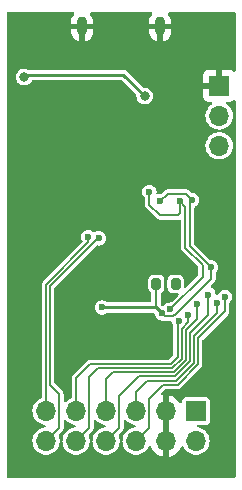
<source format=gbr>
%TF.GenerationSoftware,KiCad,Pcbnew,7.0.9-7.0.9~ubuntu22.04.1*%
%TF.CreationDate,2023-12-01T21:26:12+01:00*%
%TF.ProjectId,rp2040_pmod,72703230-3430-45f7-906d-6f642e6b6963,rev?*%
%TF.SameCoordinates,Original*%
%TF.FileFunction,Copper,L2,Bot*%
%TF.FilePolarity,Positive*%
%FSLAX46Y46*%
G04 Gerber Fmt 4.6, Leading zero omitted, Abs format (unit mm)*
G04 Created by KiCad (PCBNEW 7.0.9-7.0.9~ubuntu22.04.1) date 2023-12-01 21:26:12*
%MOMM*%
%LPD*%
G01*
G04 APERTURE LIST*
G04 Aperture macros list*
%AMRoundRect*
0 Rectangle with rounded corners*
0 $1 Rounding radius*
0 $2 $3 $4 $5 $6 $7 $8 $9 X,Y pos of 4 corners*
0 Add a 4 corners polygon primitive as box body*
4,1,4,$2,$3,$4,$5,$6,$7,$8,$9,$2,$3,0*
0 Add four circle primitives for the rounded corners*
1,1,$1+$1,$2,$3*
1,1,$1+$1,$4,$5*
1,1,$1+$1,$6,$7*
1,1,$1+$1,$8,$9*
0 Add four rect primitives between the rounded corners*
20,1,$1+$1,$2,$3,$4,$5,0*
20,1,$1+$1,$4,$5,$6,$7,0*
20,1,$1+$1,$6,$7,$8,$9,0*
20,1,$1+$1,$8,$9,$2,$3,0*%
G04 Aperture macros list end*
%TA.AperFunction,ComponentPad*%
%ADD10O,0.900000X1.600000*%
%TD*%
%TA.AperFunction,ComponentPad*%
%ADD11R,1.700000X1.700000*%
%TD*%
%TA.AperFunction,ComponentPad*%
%ADD12O,1.700000X1.700000*%
%TD*%
%TA.AperFunction,SMDPad,CuDef*%
%ADD13RoundRect,0.200000X0.200000X0.275000X-0.200000X0.275000X-0.200000X-0.275000X0.200000X-0.275000X0*%
%TD*%
%TA.AperFunction,ViaPad*%
%ADD14C,0.600000*%
%TD*%
%TA.AperFunction,ViaPad*%
%ADD15C,0.800000*%
%TD*%
%TA.AperFunction,Conductor*%
%ADD16C,0.200000*%
%TD*%
%TA.AperFunction,Conductor*%
%ADD17C,0.250000*%
%TD*%
%TA.AperFunction,Conductor*%
%ADD18C,0.127000*%
%TD*%
G04 APERTURE END LIST*
D10*
%TO.P,J2,6,Shield*%
%TO.N,GND*%
X143300000Y-71505000D03*
X136700000Y-71505000D03*
%TD*%
D11*
%TO.P,J3,1,Pin_1*%
%TO.N,GND*%
X148300000Y-76520000D03*
D12*
%TO.P,J3,2,Pin_2*%
%TO.N,ADC*%
X148300000Y-79060000D03*
%TO.P,J3,3,Pin_3*%
%TO.N,+3V3*%
X148300000Y-81600000D03*
%TD*%
D11*
%TO.P,J1,1,Pin_1*%
%TO.N,unconnected-(J1-Pin_1-Pad1)*%
X146350000Y-104060000D03*
D12*
%TO.P,J1,2,Pin_2*%
%TO.N,unconnected-(J1-Pin_2-Pad2)*%
X146350000Y-106600000D03*
%TO.P,J1,3,Pin_3*%
%TO.N,GND*%
X143810000Y-104060000D03*
%TO.P,J1,4,Pin_4*%
X143810000Y-106600000D03*
%TO.P,J1,5,Pin_5*%
%TO.N,PMOD5*%
X141270000Y-104060000D03*
%TO.P,J1,6,Pin_6*%
%TO.N,PMOD6*%
X141270000Y-106600000D03*
%TO.P,J1,7,Pin_7*%
%TO.N,PMOD3*%
X138730000Y-104060000D03*
%TO.P,J1,8,Pin_8*%
%TO.N,PMOD4*%
X138730000Y-106600000D03*
%TO.P,J1,9,Pin_9*%
%TO.N,PMOD1*%
X136190000Y-104060000D03*
%TO.P,J1,10,Pin_10*%
%TO.N,PMOD2*%
X136190000Y-106600000D03*
%TO.P,J1,11,Pin_11*%
%TO.N,UART_TX*%
X133650000Y-104060000D03*
%TO.P,J1,12,Pin_12*%
%TO.N,UART_RX*%
X133650000Y-106600000D03*
%TD*%
D13*
%TO.P,R7,1*%
%TO.N,Net-(U1-RUN)*%
X144625000Y-93300000D03*
%TO.P,R7,2*%
%TO.N,+3V3*%
X142975000Y-93300000D03*
%TD*%
D14*
%TO.N,+3V3*%
X143456655Y-95800000D03*
X143337000Y-86300000D03*
X146000000Y-86200000D03*
X138400000Y-95300000D03*
X147600000Y-91900000D03*
D15*
%TO.N,GND*%
X141800000Y-92000000D03*
D14*
X147100000Y-84500000D03*
X147300000Y-86100000D03*
D15*
X144000000Y-92000000D03*
D14*
X136100000Y-82900000D03*
X133700000Y-82900000D03*
D15*
X144000000Y-89800000D03*
D14*
X148500000Y-84500000D03*
X131900000Y-86600000D03*
X136100000Y-86000000D03*
D15*
X136400000Y-79500000D03*
D14*
X133700000Y-86000000D03*
X148500000Y-86100000D03*
D15*
X141800000Y-89800000D03*
D14*
X149000000Y-89500000D03*
%TO.N,Net-(U1-RUN)*%
X144625000Y-93300000D03*
D15*
%TO.N,+5V*%
X142000000Y-77400000D03*
X131800000Y-75800000D03*
D14*
%TO.N,+1V1*%
X144181249Y-95462112D03*
X144981565Y-86299500D03*
X142398102Y-85501898D03*
%TO.N,UART_TX*%
X137223911Y-89323911D03*
%TO.N,UART_RX*%
X138111650Y-89445127D03*
%TO.N,PMOD1*%
X144880611Y-96459102D03*
%TO.N,PMOD2*%
X145663000Y-95900000D03*
%TO.N,PMOD3*%
X146400000Y-95000000D03*
%TO.N,PMOD4*%
X147400000Y-94200000D03*
%TO.N,PMOD5*%
X148100000Y-94900000D03*
%TO.N,PMOD6*%
X148800000Y-94400000D03*
%TD*%
D16*
%TO.N,+3V3*%
X144632082Y-95859102D02*
X144640898Y-95859102D01*
X143456655Y-95800000D02*
X143718767Y-96062112D01*
D17*
X142956655Y-95300000D02*
X138400000Y-95300000D01*
D16*
X146000000Y-86200000D02*
X145800000Y-86400000D01*
X145800000Y-90100000D02*
X147600000Y-91900000D01*
X142975000Y-95318345D02*
X143456655Y-95800000D01*
X147600000Y-92900000D02*
X147600000Y-91900000D01*
X145500000Y-85700000D02*
X143937000Y-85700000D01*
X146000000Y-86200000D02*
X145500000Y-85700000D01*
X144429072Y-96062112D02*
X144632082Y-95859102D01*
X143937000Y-85700000D02*
X143337000Y-86300000D01*
X143718767Y-96062112D02*
X144429072Y-96062112D01*
X142975000Y-93300000D02*
X142975000Y-95318345D01*
X145800000Y-86400000D02*
X145800000Y-90100000D01*
X144640898Y-95859102D02*
X147600000Y-92900000D01*
D17*
X143456655Y-95800000D02*
X142956655Y-95300000D01*
%TO.N,+5V*%
X142000000Y-77400000D02*
X140200000Y-75600000D01*
X132000000Y-75600000D02*
X131800000Y-75800000D01*
X140200000Y-75600000D02*
X132000000Y-75600000D01*
D18*
%TO.N,+1V1*%
X144981565Y-86299500D02*
X145436500Y-86754435D01*
X144981565Y-86299500D02*
X144981565Y-87318435D01*
X142398102Y-86598102D02*
X142398102Y-85501898D01*
X146900000Y-91714066D02*
X146900000Y-92743361D01*
X144981565Y-87318435D02*
X144800000Y-87500000D01*
X145436500Y-90250567D02*
X146900000Y-91714066D01*
X143300000Y-87500000D02*
X142398102Y-86598102D01*
X146900000Y-92743361D02*
X144181249Y-95462112D01*
X144800000Y-87500000D02*
X143300000Y-87500000D01*
X145436500Y-86754435D02*
X145436500Y-90250567D01*
%TO.N,UART_TX*%
X137223911Y-89323911D02*
X137223911Y-89793281D01*
X133650000Y-93367192D02*
X133650000Y-104060000D01*
X137223911Y-89793281D02*
X133650000Y-93367192D01*
%TO.N,UART_RX*%
X133977000Y-93502640D02*
X133977000Y-101847000D01*
X133977000Y-101847000D02*
X134763500Y-102633500D01*
X138034513Y-89445127D02*
X133977000Y-93502640D01*
X138111650Y-89445127D02*
X138034513Y-89445127D01*
X134763500Y-102633500D02*
X134763500Y-105486500D01*
X134763500Y-105486500D02*
X133650000Y-106600000D01*
%TO.N,PMOD1*%
X144800000Y-99500000D02*
X144200000Y-100100000D01*
X136190000Y-101310000D02*
X136190000Y-104060000D01*
X144200000Y-100100000D02*
X137400000Y-100100000D01*
X144880611Y-96459102D02*
X144800000Y-96539713D01*
X144800000Y-96539713D02*
X144800000Y-99500000D01*
X137400000Y-100100000D02*
X136190000Y-101310000D01*
%TO.N,PMOD2*%
X144335448Y-100427000D02*
X138073000Y-100427000D01*
X145127000Y-99635448D02*
X144335448Y-100427000D01*
X145663000Y-96564000D02*
X145127000Y-97100000D01*
X137303500Y-101196500D02*
X137303500Y-105486500D01*
X145127000Y-97100000D02*
X145127000Y-99635448D01*
X145663000Y-95900000D02*
X145663000Y-96564000D01*
X137303500Y-105486500D02*
X136190000Y-106600000D01*
X138073000Y-100427000D02*
X137303500Y-101196500D01*
%TO.N,PMOD3*%
X144470896Y-100754000D02*
X139346000Y-100754000D01*
X138730000Y-101370000D02*
X138730000Y-104060000D01*
X146400000Y-95000000D02*
X146400000Y-96300000D01*
X139346000Y-100754000D02*
X138730000Y-101370000D01*
X146400000Y-96300000D02*
X145500000Y-97200000D01*
X145500000Y-99724896D02*
X144470896Y-100754000D01*
X145500000Y-97200000D02*
X145500000Y-99724896D01*
%TO.N,PMOD4*%
X144587344Y-101100000D02*
X141500000Y-101100000D01*
X139843500Y-102756500D02*
X139843500Y-105486500D01*
X139843500Y-105486500D02*
X138730000Y-106600000D01*
X141500000Y-101100000D02*
X139843500Y-102756500D01*
X147400000Y-95927000D02*
X145827000Y-97500000D01*
X145827000Y-97500000D02*
X145827000Y-99860344D01*
X147400000Y-94200000D02*
X147400000Y-95927000D01*
X145827000Y-99860344D02*
X144587344Y-101100000D01*
%TO.N,PMOD5*%
X146154000Y-97700000D02*
X146154000Y-99995792D01*
X148100000Y-94900000D02*
X148100000Y-95754000D01*
X144649792Y-101500000D02*
X142200000Y-101500000D01*
X146154000Y-99995792D02*
X144649792Y-101500000D01*
X148100000Y-95754000D02*
X146154000Y-97700000D01*
X141270000Y-102430000D02*
X141270000Y-104060000D01*
X142200000Y-101500000D02*
X141270000Y-102430000D01*
%TO.N,PMOD6*%
X142383500Y-103016500D02*
X142383500Y-105486500D01*
X144785240Y-101827000D02*
X143573000Y-101827000D01*
X148800000Y-94400000D02*
X148800000Y-95600000D01*
X146500000Y-100112240D02*
X144785240Y-101827000D01*
X146500000Y-97900000D02*
X146500000Y-100112240D01*
X143573000Y-101827000D02*
X142383500Y-103016500D01*
X148800000Y-95600000D02*
X146500000Y-97900000D01*
X142383500Y-105486500D02*
X141270000Y-106600000D01*
%TD*%
%TA.AperFunction,Conductor*%
%TO.N,GND*%
G36*
X144060000Y-106164498D02*
G01*
X143952315Y-106115320D01*
X143845763Y-106100000D01*
X143774237Y-106100000D01*
X143667685Y-106115320D01*
X143560000Y-106164498D01*
X143560000Y-104495501D01*
X143667685Y-104544680D01*
X143774237Y-104560000D01*
X143845763Y-104560000D01*
X143952315Y-104544680D01*
X144060000Y-104495501D01*
X144060000Y-106164498D01*
G37*
%TD.AperFunction*%
%TA.AperFunction,Conductor*%
G36*
X135976669Y-70320185D02*
G01*
X136022424Y-70372989D01*
X136032368Y-70442147D01*
X136003343Y-70505703D01*
X135995062Y-70514374D01*
X135975465Y-70533001D01*
X135975464Y-70533003D01*
X135865086Y-70691586D01*
X135788893Y-70869137D01*
X135750000Y-71058393D01*
X135750000Y-71255000D01*
X136450000Y-71255000D01*
X136450000Y-71755000D01*
X135750000Y-71755000D01*
X135750000Y-71903176D01*
X135764647Y-72047221D01*
X135822484Y-72231561D01*
X135822489Y-72231571D01*
X135916251Y-72400498D01*
X135916256Y-72400505D01*
X136042107Y-72547105D01*
X136194890Y-72665368D01*
X136194894Y-72665370D01*
X136368363Y-72750460D01*
X136450000Y-72771596D01*
X136450000Y-71879624D01*
X136464505Y-71952545D01*
X136519760Y-72035240D01*
X136602455Y-72090495D01*
X136700000Y-72109898D01*
X136797545Y-72090495D01*
X136880240Y-72035240D01*
X136935495Y-71952545D01*
X136950000Y-71879624D01*
X136950000Y-72775470D01*
X137120524Y-72712315D01*
X137120531Y-72712312D01*
X137284503Y-72610107D01*
X137424534Y-72476997D01*
X137424535Y-72476996D01*
X137534913Y-72318413D01*
X137611106Y-72140862D01*
X137650000Y-71951606D01*
X137650000Y-71755000D01*
X136950000Y-71755000D01*
X136950000Y-71255000D01*
X137650000Y-71255000D01*
X137650000Y-71106823D01*
X137635352Y-70962778D01*
X137577515Y-70778438D01*
X137577510Y-70778428D01*
X137483748Y-70609501D01*
X137483743Y-70609494D01*
X137394270Y-70505270D01*
X137365538Y-70441581D01*
X137375800Y-70372469D01*
X137421798Y-70319877D01*
X137488356Y-70300500D01*
X142509630Y-70300500D01*
X142576669Y-70320185D01*
X142622424Y-70372989D01*
X142632368Y-70442147D01*
X142603343Y-70505703D01*
X142595062Y-70514374D01*
X142575465Y-70533001D01*
X142575464Y-70533003D01*
X142465086Y-70691586D01*
X142388893Y-70869137D01*
X142350000Y-71058393D01*
X142350000Y-71255000D01*
X143050000Y-71255000D01*
X143050000Y-71755000D01*
X142350000Y-71755000D01*
X142350000Y-71903176D01*
X142364647Y-72047221D01*
X142422484Y-72231561D01*
X142422489Y-72231571D01*
X142516251Y-72400498D01*
X142516256Y-72400505D01*
X142642107Y-72547105D01*
X142794890Y-72665368D01*
X142794894Y-72665370D01*
X142968363Y-72750460D01*
X143050000Y-72771596D01*
X143050000Y-71879624D01*
X143064505Y-71952545D01*
X143119760Y-72035240D01*
X143202455Y-72090495D01*
X143300000Y-72109898D01*
X143397545Y-72090495D01*
X143480240Y-72035240D01*
X143535495Y-71952545D01*
X143550000Y-71879624D01*
X143550000Y-72775470D01*
X143720524Y-72712315D01*
X143720531Y-72712312D01*
X143884503Y-72610107D01*
X144024534Y-72476997D01*
X144024535Y-72476996D01*
X144134913Y-72318413D01*
X144211106Y-72140862D01*
X144250000Y-71951606D01*
X144250000Y-71755000D01*
X143550000Y-71755000D01*
X143550000Y-71255000D01*
X144250000Y-71255000D01*
X144250000Y-71106823D01*
X144235352Y-70962778D01*
X144177515Y-70778438D01*
X144177510Y-70778428D01*
X144083748Y-70609501D01*
X144083743Y-70609494D01*
X143994270Y-70505270D01*
X143965538Y-70441581D01*
X143975800Y-70372469D01*
X144021798Y-70319877D01*
X144088356Y-70300500D01*
X149575500Y-70300500D01*
X149642539Y-70320185D01*
X149688294Y-70372989D01*
X149699500Y-70424500D01*
X149699500Y-75209053D01*
X149679815Y-75276092D01*
X149627011Y-75321847D01*
X149557853Y-75331791D01*
X149501189Y-75308319D01*
X149392093Y-75226649D01*
X149392086Y-75226645D01*
X149257379Y-75176403D01*
X149257372Y-75176401D01*
X149197844Y-75170000D01*
X148550000Y-75170000D01*
X148550000Y-76084498D01*
X148442315Y-76035320D01*
X148335763Y-76020000D01*
X148264237Y-76020000D01*
X148157685Y-76035320D01*
X148050000Y-76084498D01*
X148050000Y-75170000D01*
X147402155Y-75170000D01*
X147342627Y-75176401D01*
X147342620Y-75176403D01*
X147207913Y-75226645D01*
X147207906Y-75226649D01*
X147092812Y-75312809D01*
X147092809Y-75312812D01*
X147006649Y-75427906D01*
X147006645Y-75427913D01*
X146956403Y-75562620D01*
X146956401Y-75562627D01*
X146950000Y-75622155D01*
X146950000Y-76270000D01*
X147866314Y-76270000D01*
X147840507Y-76310156D01*
X147800000Y-76448111D01*
X147800000Y-76591889D01*
X147840507Y-76729844D01*
X147866314Y-76770000D01*
X146950000Y-76770000D01*
X146950000Y-77417844D01*
X146956401Y-77477372D01*
X146956403Y-77477379D01*
X147006645Y-77612086D01*
X147006649Y-77612093D01*
X147092809Y-77727187D01*
X147092812Y-77727190D01*
X147207906Y-77813350D01*
X147207913Y-77813354D01*
X147342620Y-77863596D01*
X147342627Y-77863598D01*
X147402155Y-77869999D01*
X147402172Y-77870000D01*
X147600634Y-77870000D01*
X147667673Y-77889685D01*
X147713428Y-77942489D01*
X147723372Y-78011647D01*
X147694347Y-78075203D01*
X147665911Y-78099427D01*
X147603701Y-78137945D01*
X147446127Y-78281593D01*
X147317632Y-78451746D01*
X147222596Y-78642605D01*
X147222596Y-78642607D01*
X147164244Y-78847689D01*
X147144571Y-79059999D01*
X147144571Y-79060000D01*
X147164244Y-79272310D01*
X147222596Y-79477392D01*
X147222596Y-79477394D01*
X147317632Y-79668253D01*
X147317634Y-79668255D01*
X147446128Y-79838407D01*
X147603698Y-79982052D01*
X147784981Y-80094298D01*
X147983802Y-80171321D01*
X148180613Y-80208111D01*
X148242893Y-80239779D01*
X148278166Y-80300092D01*
X148275232Y-80369900D01*
X148235023Y-80427040D01*
X148180613Y-80451888D01*
X147983802Y-80488679D01*
X147983799Y-80488679D01*
X147983799Y-80488680D01*
X147784982Y-80565701D01*
X147784980Y-80565702D01*
X147603699Y-80677947D01*
X147446127Y-80821593D01*
X147317632Y-80991746D01*
X147222596Y-81182605D01*
X147222596Y-81182607D01*
X147164244Y-81387689D01*
X147144571Y-81599999D01*
X147144571Y-81600000D01*
X147164244Y-81812310D01*
X147222596Y-82017392D01*
X147222596Y-82017394D01*
X147317632Y-82208253D01*
X147317634Y-82208255D01*
X147446128Y-82378407D01*
X147603698Y-82522052D01*
X147784981Y-82634298D01*
X147983802Y-82711321D01*
X148193390Y-82750500D01*
X148193392Y-82750500D01*
X148406608Y-82750500D01*
X148406610Y-82750500D01*
X148616198Y-82711321D01*
X148815019Y-82634298D01*
X148996302Y-82522052D01*
X149153872Y-82378407D01*
X149282366Y-82208255D01*
X149377405Y-82017389D01*
X149435756Y-81812310D01*
X149452029Y-81636693D01*
X149465990Y-81601532D01*
X149456523Y-81586800D01*
X149452029Y-81563306D01*
X149450024Y-81541673D01*
X149435756Y-81387690D01*
X149377405Y-81182611D01*
X149377403Y-81182606D01*
X149377403Y-81182605D01*
X149282367Y-80991746D01*
X149153872Y-80821593D01*
X148996302Y-80677948D01*
X148815019Y-80565702D01*
X148815017Y-80565701D01*
X148715608Y-80527190D01*
X148616198Y-80488679D01*
X148419385Y-80451888D01*
X148357106Y-80420221D01*
X148321833Y-80359908D01*
X148324767Y-80290100D01*
X148364976Y-80232960D01*
X148419384Y-80208111D01*
X148616198Y-80171321D01*
X148815019Y-80094298D01*
X148996302Y-79982052D01*
X149153872Y-79838407D01*
X149282366Y-79668255D01*
X149377405Y-79477389D01*
X149435756Y-79272310D01*
X149452029Y-79096693D01*
X149465990Y-79061532D01*
X149456523Y-79046800D01*
X149452029Y-79023306D01*
X149450024Y-79001673D01*
X149435756Y-78847690D01*
X149377405Y-78642611D01*
X149377403Y-78642606D01*
X149377403Y-78642605D01*
X149282367Y-78451746D01*
X149153872Y-78281593D01*
X148996302Y-78137948D01*
X148996299Y-78137946D01*
X148996298Y-78137945D01*
X148934089Y-78099427D01*
X148887453Y-78047399D01*
X148876349Y-77978418D01*
X148904302Y-77914383D01*
X148962437Y-77875627D01*
X148999366Y-77870000D01*
X149197828Y-77870000D01*
X149197844Y-77869999D01*
X149257372Y-77863598D01*
X149257379Y-77863596D01*
X149392086Y-77813354D01*
X149392089Y-77813352D01*
X149501188Y-77731680D01*
X149566652Y-77707262D01*
X149634925Y-77722113D01*
X149684331Y-77771517D01*
X149699500Y-77830946D01*
X149699500Y-79011865D01*
X149685076Y-79060984D01*
X149697193Y-79084326D01*
X149699500Y-79108134D01*
X149699500Y-81551865D01*
X149685076Y-81600984D01*
X149697193Y-81624326D01*
X149699500Y-81648134D01*
X149699500Y-109575500D01*
X149679815Y-109642539D01*
X149627011Y-109688294D01*
X149575500Y-109699500D01*
X130424500Y-109699500D01*
X130357461Y-109679815D01*
X130311706Y-109627011D01*
X130300500Y-109575500D01*
X130300500Y-106600000D01*
X132494571Y-106600000D01*
X132514244Y-106812310D01*
X132572596Y-107017392D01*
X132572596Y-107017394D01*
X132667632Y-107208253D01*
X132796127Y-107378406D01*
X132796128Y-107378407D01*
X132953698Y-107522052D01*
X133134981Y-107634298D01*
X133333802Y-107711321D01*
X133543390Y-107750500D01*
X133543392Y-107750500D01*
X133756608Y-107750500D01*
X133756610Y-107750500D01*
X133966198Y-107711321D01*
X134165019Y-107634298D01*
X134346302Y-107522052D01*
X134503872Y-107378407D01*
X134632366Y-107208255D01*
X134686270Y-107100000D01*
X134727403Y-107017394D01*
X134727403Y-107017393D01*
X134727405Y-107017389D01*
X134785756Y-106812310D01*
X134796529Y-106696047D01*
X134822315Y-106631111D01*
X134866869Y-106599194D01*
X134830497Y-106578331D01*
X134798307Y-106516318D01*
X134796529Y-106503951D01*
X134795849Y-106496613D01*
X134785756Y-106387690D01*
X134727405Y-106182611D01*
X134718891Y-106165514D01*
X134706630Y-106096729D01*
X134733503Y-106032234D01*
X134742201Y-106022571D01*
X134985104Y-105779668D01*
X135004958Y-105763546D01*
X135013439Y-105758006D01*
X135034512Y-105730930D01*
X135039572Y-105725201D01*
X135042215Y-105722559D01*
X135055376Y-105704125D01*
X135088055Y-105662140D01*
X135088056Y-105662134D01*
X135091687Y-105655425D01*
X135095033Y-105648582D01*
X135095036Y-105648578D01*
X135110219Y-105597578D01*
X135127500Y-105547241D01*
X135127500Y-105547233D01*
X135128758Y-105539695D01*
X135129699Y-105532146D01*
X135127500Y-105478977D01*
X135127500Y-104929050D01*
X135147185Y-104862011D01*
X135199989Y-104816256D01*
X135269147Y-104806312D01*
X135332703Y-104835337D01*
X135335039Y-104837413D01*
X135336125Y-104838403D01*
X135336128Y-104838407D01*
X135493698Y-104982052D01*
X135674981Y-105094298D01*
X135873802Y-105171321D01*
X136070613Y-105208111D01*
X136132893Y-105239779D01*
X136168166Y-105300092D01*
X136165232Y-105369900D01*
X136125023Y-105427040D01*
X136070613Y-105451888D01*
X135873802Y-105488679D01*
X135873799Y-105488679D01*
X135873799Y-105488680D01*
X135674982Y-105565701D01*
X135674980Y-105565702D01*
X135493699Y-105677947D01*
X135336127Y-105821593D01*
X135207632Y-105991746D01*
X135112596Y-106182605D01*
X135112596Y-106182607D01*
X135054244Y-106387689D01*
X135043471Y-106503951D01*
X135017685Y-106568888D01*
X134973130Y-106600804D01*
X135009503Y-106621668D01*
X135041693Y-106683681D01*
X135043471Y-106696048D01*
X135054244Y-106812310D01*
X135112596Y-107017392D01*
X135112596Y-107017394D01*
X135207632Y-107208253D01*
X135336127Y-107378406D01*
X135336128Y-107378407D01*
X135493698Y-107522052D01*
X135674981Y-107634298D01*
X135873802Y-107711321D01*
X136083390Y-107750500D01*
X136083392Y-107750500D01*
X136296608Y-107750500D01*
X136296610Y-107750500D01*
X136506198Y-107711321D01*
X136705019Y-107634298D01*
X136886302Y-107522052D01*
X137043872Y-107378407D01*
X137172366Y-107208255D01*
X137226270Y-107100000D01*
X137267403Y-107017394D01*
X137267403Y-107017393D01*
X137267405Y-107017389D01*
X137325756Y-106812310D01*
X137336529Y-106696047D01*
X137362315Y-106631111D01*
X137406869Y-106599194D01*
X137370497Y-106578331D01*
X137338307Y-106516318D01*
X137336529Y-106503951D01*
X137335849Y-106496613D01*
X137325756Y-106387690D01*
X137267405Y-106182611D01*
X137258891Y-106165514D01*
X137246630Y-106096729D01*
X137273503Y-106032234D01*
X137282201Y-106022571D01*
X137525104Y-105779668D01*
X137544958Y-105763546D01*
X137553439Y-105758006D01*
X137574512Y-105730930D01*
X137579572Y-105725201D01*
X137582215Y-105722559D01*
X137595376Y-105704125D01*
X137628055Y-105662140D01*
X137628056Y-105662134D01*
X137631687Y-105655425D01*
X137635033Y-105648582D01*
X137635036Y-105648578D01*
X137650219Y-105597578D01*
X137667500Y-105547241D01*
X137667500Y-105547233D01*
X137668758Y-105539695D01*
X137669699Y-105532146D01*
X137667500Y-105478977D01*
X137667500Y-104929050D01*
X137687185Y-104862011D01*
X137739989Y-104816256D01*
X137809147Y-104806312D01*
X137872703Y-104835337D01*
X137875039Y-104837413D01*
X137876125Y-104838403D01*
X137876128Y-104838407D01*
X138033698Y-104982052D01*
X138214981Y-105094298D01*
X138413802Y-105171321D01*
X138610613Y-105208111D01*
X138672893Y-105239779D01*
X138708166Y-105300092D01*
X138705232Y-105369900D01*
X138665023Y-105427040D01*
X138610613Y-105451888D01*
X138413802Y-105488679D01*
X138413799Y-105488679D01*
X138413799Y-105488680D01*
X138214982Y-105565701D01*
X138214980Y-105565702D01*
X138033699Y-105677947D01*
X137876127Y-105821593D01*
X137747632Y-105991746D01*
X137652596Y-106182605D01*
X137652596Y-106182607D01*
X137594244Y-106387689D01*
X137583471Y-106503951D01*
X137557685Y-106568888D01*
X137513130Y-106600804D01*
X137549503Y-106621668D01*
X137581693Y-106683681D01*
X137583471Y-106696048D01*
X137594244Y-106812310D01*
X137652596Y-107017392D01*
X137652596Y-107017394D01*
X137747632Y-107208253D01*
X137876127Y-107378406D01*
X137876128Y-107378407D01*
X138033698Y-107522052D01*
X138214981Y-107634298D01*
X138413802Y-107711321D01*
X138623390Y-107750500D01*
X138623392Y-107750500D01*
X138836608Y-107750500D01*
X138836610Y-107750500D01*
X139046198Y-107711321D01*
X139245019Y-107634298D01*
X139426302Y-107522052D01*
X139583872Y-107378407D01*
X139712366Y-107208255D01*
X139766270Y-107100000D01*
X139807403Y-107017394D01*
X139807403Y-107017393D01*
X139807405Y-107017389D01*
X139865756Y-106812310D01*
X139876529Y-106696047D01*
X139902315Y-106631111D01*
X139946869Y-106599194D01*
X139910497Y-106578331D01*
X139878307Y-106516318D01*
X139876529Y-106503951D01*
X139875849Y-106496613D01*
X139865756Y-106387690D01*
X139807405Y-106182611D01*
X139798891Y-106165514D01*
X139786630Y-106096729D01*
X139813503Y-106032234D01*
X139822201Y-106022571D01*
X140065104Y-105779668D01*
X140084958Y-105763546D01*
X140093439Y-105758006D01*
X140114512Y-105730930D01*
X140119572Y-105725201D01*
X140122215Y-105722559D01*
X140135376Y-105704125D01*
X140168055Y-105662140D01*
X140168056Y-105662134D01*
X140171687Y-105655425D01*
X140175033Y-105648582D01*
X140175036Y-105648578D01*
X140190219Y-105597578D01*
X140207500Y-105547241D01*
X140207500Y-105547233D01*
X140208758Y-105539695D01*
X140209699Y-105532146D01*
X140207500Y-105478977D01*
X140207500Y-104929050D01*
X140227185Y-104862011D01*
X140279989Y-104816256D01*
X140349147Y-104806312D01*
X140412703Y-104835337D01*
X140415039Y-104837413D01*
X140416125Y-104838403D01*
X140416128Y-104838407D01*
X140573698Y-104982052D01*
X140754981Y-105094298D01*
X140953802Y-105171321D01*
X141150613Y-105208111D01*
X141212893Y-105239779D01*
X141248166Y-105300092D01*
X141245232Y-105369900D01*
X141205023Y-105427040D01*
X141150613Y-105451888D01*
X140953802Y-105488679D01*
X140953799Y-105488679D01*
X140953799Y-105488680D01*
X140754982Y-105565701D01*
X140754980Y-105565702D01*
X140573699Y-105677947D01*
X140416127Y-105821593D01*
X140287632Y-105991746D01*
X140192596Y-106182605D01*
X140192596Y-106182607D01*
X140134244Y-106387689D01*
X140123471Y-106503951D01*
X140097685Y-106568888D01*
X140053130Y-106600804D01*
X140089503Y-106621668D01*
X140121693Y-106683681D01*
X140123471Y-106696048D01*
X140134244Y-106812310D01*
X140192596Y-107017392D01*
X140192596Y-107017394D01*
X140287632Y-107208253D01*
X140416127Y-107378406D01*
X140416128Y-107378407D01*
X140573698Y-107522052D01*
X140754981Y-107634298D01*
X140953802Y-107711321D01*
X141163390Y-107750500D01*
X141163392Y-107750500D01*
X141376608Y-107750500D01*
X141376610Y-107750500D01*
X141586198Y-107711321D01*
X141785019Y-107634298D01*
X141966302Y-107522052D01*
X142123872Y-107378407D01*
X142252366Y-107208255D01*
X142319325Y-107073781D01*
X142366825Y-107022548D01*
X142434488Y-107005126D01*
X142500828Y-107027051D01*
X142542705Y-107076651D01*
X142636399Y-107277578D01*
X142771894Y-107471082D01*
X142938917Y-107638105D01*
X143132421Y-107773600D01*
X143346507Y-107873429D01*
X143346516Y-107873433D01*
X143560000Y-107930634D01*
X143560000Y-107035501D01*
X143667685Y-107084680D01*
X143774237Y-107100000D01*
X143845763Y-107100000D01*
X143952315Y-107084680D01*
X144060000Y-107035501D01*
X144060000Y-107930633D01*
X144273483Y-107873433D01*
X144273492Y-107873429D01*
X144487578Y-107773600D01*
X144681082Y-107638105D01*
X144848105Y-107471082D01*
X144983600Y-107277578D01*
X145077294Y-107076651D01*
X145123466Y-107024212D01*
X145190660Y-107005060D01*
X145257541Y-107025276D01*
X145300676Y-107073785D01*
X145367632Y-107208253D01*
X145496127Y-107378406D01*
X145496128Y-107378407D01*
X145653698Y-107522052D01*
X145834981Y-107634298D01*
X146033802Y-107711321D01*
X146243390Y-107750500D01*
X146243392Y-107750500D01*
X146456608Y-107750500D01*
X146456610Y-107750500D01*
X146666198Y-107711321D01*
X146865019Y-107634298D01*
X147046302Y-107522052D01*
X147203872Y-107378407D01*
X147332366Y-107208255D01*
X147386270Y-107100000D01*
X147427403Y-107017394D01*
X147427403Y-107017393D01*
X147427405Y-107017389D01*
X147485756Y-106812310D01*
X147505429Y-106600000D01*
X147485756Y-106387690D01*
X147427405Y-106182611D01*
X147427403Y-106182606D01*
X147427403Y-106182605D01*
X147332367Y-105991746D01*
X147203872Y-105821593D01*
X147157888Y-105779673D01*
X147046302Y-105677948D01*
X146865019Y-105565702D01*
X146865017Y-105565701D01*
X146730700Y-105513667D01*
X146666198Y-105488679D01*
X146493456Y-105456387D01*
X146431176Y-105424719D01*
X146395903Y-105364407D01*
X146398837Y-105294599D01*
X146439046Y-105237459D01*
X146503764Y-105211128D01*
X146516233Y-105210499D01*
X147244864Y-105210499D01*
X147244879Y-105210497D01*
X147244882Y-105210497D01*
X147269987Y-105207586D01*
X147269988Y-105207585D01*
X147269991Y-105207585D01*
X147372765Y-105162206D01*
X147452206Y-105082765D01*
X147497585Y-104979991D01*
X147500500Y-104954865D01*
X147500499Y-103165136D01*
X147500497Y-103165117D01*
X147497586Y-103140012D01*
X147497585Y-103140010D01*
X147497585Y-103140009D01*
X147452206Y-103037235D01*
X147372765Y-102957794D01*
X147368156Y-102955759D01*
X147269992Y-102912415D01*
X147244865Y-102909500D01*
X145455143Y-102909500D01*
X145455117Y-102909502D01*
X145430012Y-102912413D01*
X145430008Y-102912415D01*
X145327235Y-102957793D01*
X145247794Y-103037234D01*
X145202415Y-103140006D01*
X145202415Y-103140008D01*
X145199500Y-103165131D01*
X145199500Y-103297481D01*
X145179815Y-103364520D01*
X145127011Y-103410275D01*
X145057853Y-103420219D01*
X144994297Y-103391194D01*
X144973925Y-103368604D01*
X144848113Y-103188926D01*
X144848108Y-103188920D01*
X144681082Y-103021894D01*
X144487578Y-102886399D01*
X144273492Y-102786570D01*
X144273486Y-102786567D01*
X144060000Y-102729364D01*
X144060000Y-103624498D01*
X143952315Y-103575320D01*
X143845763Y-103560000D01*
X143774237Y-103560000D01*
X143667685Y-103575320D01*
X143560000Y-103624498D01*
X143560000Y-102729364D01*
X143559998Y-102729363D01*
X143495304Y-102746698D01*
X143425454Y-102745035D01*
X143367592Y-102705872D01*
X143340088Y-102641643D01*
X143351675Y-102572741D01*
X143375523Y-102539250D01*
X143687457Y-102227316D01*
X143748778Y-102193834D01*
X143775136Y-102191000D01*
X144734634Y-102191000D01*
X144760078Y-102193639D01*
X144763245Y-102194302D01*
X144769990Y-102195717D01*
X144788887Y-102193361D01*
X144804011Y-102191477D01*
X144811687Y-102191000D01*
X144815399Y-102191000D01*
X144815402Y-102191000D01*
X144837746Y-102187271D01*
X144890539Y-102180691D01*
X144890545Y-102180687D01*
X144897859Y-102178510D01*
X144905061Y-102176038D01*
X144905065Y-102176038D01*
X144951876Y-102150704D01*
X144999676Y-102127337D01*
X144999679Y-102127333D01*
X145005891Y-102122897D01*
X145011894Y-102118224D01*
X145011905Y-102118219D01*
X145047955Y-102079057D01*
X146721604Y-100405408D01*
X146741458Y-100389286D01*
X146749939Y-100383746D01*
X146771012Y-100356670D01*
X146776072Y-100350941D01*
X146778715Y-100348299D01*
X146791876Y-100329865D01*
X146824555Y-100287880D01*
X146824556Y-100287874D01*
X146828187Y-100281165D01*
X146831533Y-100274322D01*
X146831536Y-100274318D01*
X146846719Y-100223318D01*
X146864000Y-100172981D01*
X146864000Y-100172973D01*
X146865258Y-100165435D01*
X146866199Y-100157886D01*
X146864000Y-100104717D01*
X146864000Y-98102134D01*
X146883685Y-98035095D01*
X146900314Y-98014458D01*
X149021601Y-95893170D01*
X149041455Y-95877048D01*
X149049939Y-95871506D01*
X149071010Y-95844431D01*
X149076087Y-95838684D01*
X149078714Y-95836059D01*
X149091867Y-95817637D01*
X149124555Y-95775640D01*
X149124557Y-95775633D01*
X149128188Y-95768923D01*
X149131531Y-95762084D01*
X149131536Y-95762078D01*
X149146720Y-95711075D01*
X149164000Y-95660741D01*
X149164000Y-95660734D01*
X149165259Y-95653192D01*
X149166199Y-95645647D01*
X149164000Y-95592477D01*
X149164000Y-94938756D01*
X149183685Y-94871717D01*
X149212510Y-94840383D01*
X149228282Y-94828282D01*
X149324536Y-94702841D01*
X149385044Y-94556762D01*
X149405682Y-94400000D01*
X149385044Y-94243238D01*
X149324536Y-94097159D01*
X149228282Y-93971718D01*
X149102841Y-93875464D01*
X148956762Y-93814956D01*
X148956760Y-93814955D01*
X148800001Y-93794318D01*
X148799999Y-93794318D01*
X148643239Y-93814955D01*
X148643237Y-93814956D01*
X148497160Y-93875463D01*
X148371718Y-93971718D01*
X148275463Y-94097160D01*
X148237570Y-94188642D01*
X148193728Y-94243046D01*
X148127434Y-94265110D01*
X148059735Y-94247830D01*
X148012125Y-94196693D01*
X148000070Y-94157374D01*
X147991882Y-94095183D01*
X147985044Y-94043238D01*
X147924536Y-93897159D01*
X147828282Y-93771718D01*
X147702841Y-93675464D01*
X147653736Y-93655124D01*
X147599333Y-93611283D01*
X147577268Y-93544989D01*
X147594547Y-93477289D01*
X147613499Y-93452891D01*
X147905483Y-93160909D01*
X147928050Y-93138342D01*
X147938109Y-93118597D01*
X147948271Y-93102014D01*
X147961296Y-93084090D01*
X147968141Y-93063022D01*
X147975586Y-93045045D01*
X147985646Y-93025304D01*
X147989112Y-93003415D01*
X147993652Y-92984501D01*
X148000499Y-92963433D01*
X148000499Y-92934076D01*
X148000500Y-92934051D01*
X148000500Y-92406580D01*
X148020185Y-92339541D01*
X148026124Y-92331093D01*
X148028279Y-92328283D01*
X148028282Y-92328282D01*
X148124536Y-92202841D01*
X148185044Y-92056762D01*
X148205682Y-91900000D01*
X148185044Y-91743238D01*
X148124536Y-91597159D01*
X148028282Y-91471718D01*
X147902841Y-91375464D01*
X147756762Y-91314956D01*
X147700577Y-91307559D01*
X147596485Y-91293855D01*
X147532589Y-91265588D01*
X147524990Y-91258597D01*
X146236819Y-89970426D01*
X146203334Y-89909103D01*
X146200500Y-89882745D01*
X146200500Y-86849781D01*
X146220185Y-86782742D01*
X146272989Y-86736987D01*
X146277048Y-86735220D01*
X146295007Y-86727781D01*
X146302841Y-86724536D01*
X146428282Y-86628282D01*
X146524536Y-86502841D01*
X146585044Y-86356762D01*
X146605682Y-86200000D01*
X146585044Y-86043238D01*
X146524536Y-85897159D01*
X146428282Y-85771718D01*
X146302841Y-85675464D01*
X146156762Y-85614956D01*
X146100577Y-85607559D01*
X145996485Y-85593855D01*
X145932589Y-85565588D01*
X145925001Y-85558608D01*
X145760909Y-85394516D01*
X145760908Y-85394515D01*
X145759271Y-85392878D01*
X145759256Y-85392864D01*
X145738342Y-85371950D01*
X145738341Y-85371949D01*
X145718600Y-85361890D01*
X145702014Y-85351726D01*
X145684090Y-85338704D01*
X145684091Y-85338704D01*
X145663018Y-85331857D01*
X145645045Y-85324412D01*
X145625307Y-85314355D01*
X145625304Y-85314354D01*
X145603418Y-85310887D01*
X145584507Y-85306346D01*
X145563439Y-85299501D01*
X145563434Y-85299500D01*
X145563433Y-85299500D01*
X145531519Y-85299500D01*
X144000433Y-85299500D01*
X143873567Y-85299500D01*
X143852491Y-85306347D01*
X143833582Y-85310887D01*
X143811696Y-85314354D01*
X143791955Y-85324412D01*
X143773987Y-85331854D01*
X143752912Y-85338702D01*
X143752909Y-85338704D01*
X143734984Y-85351727D01*
X143718399Y-85361890D01*
X143698659Y-85371948D01*
X143676093Y-85394515D01*
X143676091Y-85394517D01*
X143412008Y-85658598D01*
X143350684Y-85692082D01*
X143340513Y-85693855D01*
X143180238Y-85714956D01*
X143162360Y-85722361D01*
X143092890Y-85729827D01*
X143030412Y-85698550D01*
X142994762Y-85638460D01*
X142991972Y-85591617D01*
X143003784Y-85501898D01*
X142983146Y-85345136D01*
X142922638Y-85199057D01*
X142826384Y-85073616D01*
X142700943Y-84977362D01*
X142554864Y-84916854D01*
X142554862Y-84916853D01*
X142398103Y-84896216D01*
X142398101Y-84896216D01*
X142241341Y-84916853D01*
X142241339Y-84916854D01*
X142095262Y-84977361D01*
X141969820Y-85073616D01*
X141873565Y-85199058D01*
X141813058Y-85345135D01*
X141813057Y-85345137D01*
X141792420Y-85501896D01*
X141792420Y-85501899D01*
X141813057Y-85658658D01*
X141813058Y-85658660D01*
X141873566Y-85804739D01*
X141969820Y-85930180D01*
X141985588Y-85942279D01*
X142026790Y-85998703D01*
X142034102Y-86040654D01*
X142034102Y-86547494D01*
X142031463Y-86572940D01*
X142029384Y-86582851D01*
X142033625Y-86616872D01*
X142034102Y-86624548D01*
X142034102Y-86628264D01*
X142036898Y-86645022D01*
X142037830Y-86650609D01*
X142044411Y-86703404D01*
X142046588Y-86710716D01*
X142049065Y-86717930D01*
X142074396Y-86764737D01*
X142097764Y-86812536D01*
X142102209Y-86818763D01*
X142106883Y-86824767D01*
X142146045Y-86860818D01*
X143006824Y-87721597D01*
X143022949Y-87741453D01*
X143023485Y-87742273D01*
X143028494Y-87749939D01*
X143055555Y-87771001D01*
X143061307Y-87776080D01*
X143063941Y-87778714D01*
X143063945Y-87778717D01*
X143063944Y-87778717D01*
X143082361Y-87791867D01*
X143086243Y-87794888D01*
X143124360Y-87824555D01*
X143124362Y-87824555D01*
X143131060Y-87828181D01*
X143137919Y-87831534D01*
X143137922Y-87831536D01*
X143188924Y-87846720D01*
X143239259Y-87864000D01*
X143239262Y-87864000D01*
X143246793Y-87865257D01*
X143254352Y-87866199D01*
X143254352Y-87866198D01*
X143254353Y-87866199D01*
X143307522Y-87864000D01*
X144749394Y-87864000D01*
X144774838Y-87866639D01*
X144778005Y-87867302D01*
X144784750Y-87868717D01*
X144803647Y-87866361D01*
X144818771Y-87864477D01*
X144826447Y-87864000D01*
X144830159Y-87864000D01*
X144830162Y-87864000D01*
X144852506Y-87860271D01*
X144905299Y-87853691D01*
X144905300Y-87853690D01*
X144913111Y-87851365D01*
X144982980Y-87851098D01*
X145041902Y-87888648D01*
X145071170Y-87952092D01*
X145072500Y-87970208D01*
X145072500Y-90199959D01*
X145069861Y-90225405D01*
X145067782Y-90235316D01*
X145072023Y-90269337D01*
X145072500Y-90277013D01*
X145072500Y-90280729D01*
X145075296Y-90297487D01*
X145076228Y-90303074D01*
X145082809Y-90355869D01*
X145084989Y-90363192D01*
X145087460Y-90370389D01*
X145112792Y-90417198D01*
X145136161Y-90465001D01*
X145140604Y-90471223D01*
X145145281Y-90477233D01*
X145184431Y-90513272D01*
X146499681Y-91828521D01*
X146533166Y-91889844D01*
X146536000Y-91916202D01*
X146536000Y-92541224D01*
X146516315Y-92608263D01*
X146499681Y-92628905D01*
X145537180Y-93591405D01*
X145475857Y-93624890D01*
X145406165Y-93619906D01*
X145350232Y-93578034D01*
X145325815Y-93512570D01*
X145325499Y-93503746D01*
X145325499Y-92977128D01*
X145319091Y-92917517D01*
X145268796Y-92782669D01*
X145268795Y-92782668D01*
X145268793Y-92782664D01*
X145182547Y-92667455D01*
X145182544Y-92667452D01*
X145067335Y-92581206D01*
X145067328Y-92581202D01*
X144932486Y-92530910D01*
X144932485Y-92530909D01*
X144932483Y-92530909D01*
X144872873Y-92524500D01*
X144872863Y-92524500D01*
X144377129Y-92524500D01*
X144377123Y-92524501D01*
X144317516Y-92530908D01*
X144182671Y-92581202D01*
X144182664Y-92581206D01*
X144067455Y-92667452D01*
X144067452Y-92667455D01*
X143981206Y-92782664D01*
X143981202Y-92782671D01*
X143930910Y-92917513D01*
X143930909Y-92917517D01*
X143924500Y-92977127D01*
X143924500Y-92977134D01*
X143924500Y-92977135D01*
X143924500Y-93622870D01*
X143924501Y-93622876D01*
X143930908Y-93682483D01*
X143981202Y-93817328D01*
X143981206Y-93817335D01*
X144067452Y-93932544D01*
X144067455Y-93932547D01*
X144182664Y-94018793D01*
X144182671Y-94018797D01*
X144224497Y-94034397D01*
X144317517Y-94069091D01*
X144377127Y-94075500D01*
X144753725Y-94075499D01*
X144820764Y-94095183D01*
X144866519Y-94147987D01*
X144876463Y-94217146D01*
X144847438Y-94280701D01*
X144841406Y-94287180D01*
X144304820Y-94823765D01*
X144243497Y-94857250D01*
X144200959Y-94859024D01*
X144181249Y-94856430D01*
X144181247Y-94856430D01*
X144024488Y-94877067D01*
X144024486Y-94877068D01*
X143878409Y-94937575D01*
X143878408Y-94937576D01*
X143752967Y-95033830D01*
X143752966Y-95033831D01*
X143752965Y-95033832D01*
X143657513Y-95158227D01*
X143601085Y-95199429D01*
X143542952Y-95205679D01*
X143493855Y-95199215D01*
X143429959Y-95170948D01*
X143422360Y-95163957D01*
X143411819Y-95153416D01*
X143378334Y-95092093D01*
X143375500Y-95065735D01*
X143375500Y-94112180D01*
X143395185Y-94045141D01*
X143425187Y-94012914D01*
X143532546Y-93932546D01*
X143618796Y-93817331D01*
X143669091Y-93682483D01*
X143675500Y-93622873D01*
X143675499Y-92977128D01*
X143669091Y-92917517D01*
X143618796Y-92782669D01*
X143618795Y-92782668D01*
X143618793Y-92782664D01*
X143532547Y-92667455D01*
X143532544Y-92667452D01*
X143417335Y-92581206D01*
X143417328Y-92581202D01*
X143282486Y-92530910D01*
X143282485Y-92530909D01*
X143282483Y-92530909D01*
X143222873Y-92524500D01*
X143222863Y-92524500D01*
X142727129Y-92524500D01*
X142727123Y-92524501D01*
X142667516Y-92530908D01*
X142532671Y-92581202D01*
X142532664Y-92581206D01*
X142417455Y-92667452D01*
X142417452Y-92667455D01*
X142331206Y-92782664D01*
X142331202Y-92782671D01*
X142280910Y-92917513D01*
X142280909Y-92917517D01*
X142274500Y-92977127D01*
X142274500Y-92977134D01*
X142274500Y-92977135D01*
X142274500Y-93622870D01*
X142274501Y-93622876D01*
X142280908Y-93682483D01*
X142331202Y-93817328D01*
X142331206Y-93817335D01*
X142374722Y-93875464D01*
X142417454Y-93932546D01*
X142524811Y-94012914D01*
X142566682Y-94068847D01*
X142574500Y-94112180D01*
X142574500Y-94750500D01*
X142554815Y-94817539D01*
X142502011Y-94863294D01*
X142450500Y-94874500D01*
X138874001Y-94874500D01*
X138806962Y-94854815D01*
X138798515Y-94848876D01*
X138702842Y-94775464D01*
X138556762Y-94714956D01*
X138556760Y-94714955D01*
X138400001Y-94694318D01*
X138399999Y-94694318D01*
X138243239Y-94714955D01*
X138243237Y-94714956D01*
X138097160Y-94775463D01*
X137971718Y-94871718D01*
X137875463Y-94997160D01*
X137814956Y-95143237D01*
X137814955Y-95143239D01*
X137794318Y-95299998D01*
X137794318Y-95300001D01*
X137814955Y-95456760D01*
X137814956Y-95456762D01*
X137875464Y-95602841D01*
X137971718Y-95728282D01*
X138097159Y-95824536D01*
X138243238Y-95885044D01*
X138321619Y-95895363D01*
X138399999Y-95905682D01*
X138400000Y-95905682D01*
X138400001Y-95905682D01*
X138452254Y-95898802D01*
X138556762Y-95885044D01*
X138702841Y-95824536D01*
X138734817Y-95800000D01*
X138798515Y-95751124D01*
X138863685Y-95725930D01*
X138874001Y-95725500D01*
X142729045Y-95725500D01*
X142796084Y-95745185D01*
X142816726Y-95761819D01*
X142820612Y-95765705D01*
X142854097Y-95827028D01*
X142855870Y-95837200D01*
X142864886Y-95905682D01*
X142871611Y-95956762D01*
X142932119Y-96102841D01*
X143028373Y-96228282D01*
X143153814Y-96324536D01*
X143299893Y-96385044D01*
X143378274Y-96395363D01*
X143456654Y-96405682D01*
X143464784Y-96405682D01*
X143464784Y-96408003D01*
X143522017Y-96416917D01*
X143525869Y-96419197D01*
X143525982Y-96418977D01*
X143534674Y-96423406D01*
X143534677Y-96423408D01*
X143534679Y-96423408D01*
X143534680Y-96423409D01*
X143555741Y-96430252D01*
X143573720Y-96437698D01*
X143593463Y-96447758D01*
X143615352Y-96451224D01*
X143634268Y-96455765D01*
X143655334Y-96462611D01*
X143684691Y-96462611D01*
X143684715Y-96462612D01*
X143687248Y-96462612D01*
X144166646Y-96462612D01*
X144233685Y-96482297D01*
X144279440Y-96535101D01*
X144289585Y-96570426D01*
X144295567Y-96615863D01*
X144295568Y-96615867D01*
X144356072Y-96761938D01*
X144356072Y-96761939D01*
X144356074Y-96761942D01*
X144356075Y-96761943D01*
X144410376Y-96832710D01*
X144435570Y-96897877D01*
X144436000Y-96908195D01*
X144436000Y-99297864D01*
X144416315Y-99364903D01*
X144399681Y-99385545D01*
X144085545Y-99699681D01*
X144024222Y-99733166D01*
X143997864Y-99736000D01*
X137450606Y-99736000D01*
X137425162Y-99733361D01*
X137415251Y-99731283D01*
X137415247Y-99731283D01*
X137381229Y-99735523D01*
X137373553Y-99736000D01*
X137369838Y-99736000D01*
X137354941Y-99738485D01*
X137347492Y-99739728D01*
X137294699Y-99746309D01*
X137287367Y-99748491D01*
X137280180Y-99750959D01*
X137233368Y-99776292D01*
X137185562Y-99799662D01*
X137179346Y-99804100D01*
X137173336Y-99808779D01*
X137156870Y-99826665D01*
X137137295Y-99847930D01*
X136827339Y-100157886D01*
X135968396Y-101016828D01*
X135948544Y-101032951D01*
X135940059Y-101038495D01*
X135918998Y-101065551D01*
X135913922Y-101071301D01*
X135911299Y-101073925D01*
X135911285Y-101073941D01*
X135898122Y-101092375D01*
X135865444Y-101134359D01*
X135861815Y-101141063D01*
X135858464Y-101147919D01*
X135843278Y-101198925D01*
X135825999Y-101249260D01*
X135824746Y-101256768D01*
X135823800Y-101264354D01*
X135826000Y-101317521D01*
X135826000Y-102882254D01*
X135806315Y-102949293D01*
X135753511Y-102995048D01*
X135746795Y-102997880D01*
X135674987Y-103025698D01*
X135674979Y-103025702D01*
X135493696Y-103137949D01*
X135335038Y-103282586D01*
X135272234Y-103313203D01*
X135202847Y-103305006D01*
X135148907Y-103260596D01*
X135127539Y-103194074D01*
X135127500Y-103190949D01*
X135127500Y-102684105D01*
X135130139Y-102658660D01*
X135132217Y-102648750D01*
X135130017Y-102631096D01*
X135127977Y-102614727D01*
X135127500Y-102607051D01*
X135127500Y-102603342D01*
X135127499Y-102603334D01*
X135126011Y-102594419D01*
X135123771Y-102580993D01*
X135123754Y-102580860D01*
X135122742Y-102572741D01*
X135117191Y-102528201D01*
X135117189Y-102528198D01*
X135115017Y-102520899D01*
X135112539Y-102513682D01*
X135112538Y-102513675D01*
X135087204Y-102466863D01*
X135063837Y-102419064D01*
X135063833Y-102419060D01*
X135059420Y-102412878D01*
X135059380Y-102412827D01*
X135059352Y-102412788D01*
X135054716Y-102406831D01*
X135015557Y-102370784D01*
X134377319Y-101732545D01*
X134343834Y-101671222D01*
X134341000Y-101644864D01*
X134341000Y-93704775D01*
X134360685Y-93637736D01*
X134377319Y-93617094D01*
X136129573Y-91864840D01*
X137919916Y-90074496D01*
X137981237Y-90041013D01*
X138023776Y-90039240D01*
X138111650Y-90050809D01*
X138111651Y-90050809D01*
X138186058Y-90041013D01*
X138268412Y-90030171D01*
X138414491Y-89969663D01*
X138539932Y-89873409D01*
X138636186Y-89747968D01*
X138696694Y-89601889D01*
X138717332Y-89445127D01*
X138696694Y-89288365D01*
X138636186Y-89142286D01*
X138539932Y-89016845D01*
X138414491Y-88920591D01*
X138400585Y-88914831D01*
X138268412Y-88860083D01*
X138268410Y-88860082D01*
X138111651Y-88839445D01*
X138111649Y-88839445D01*
X137954889Y-88860082D01*
X137954887Y-88860083D01*
X137808806Y-88920592D01*
X137807717Y-88921221D01*
X137806682Y-88921471D01*
X137801301Y-88923701D01*
X137800953Y-88922861D01*
X137739816Y-88937688D01*
X137673790Y-88914831D01*
X137658874Y-88900450D01*
X137657945Y-88901380D01*
X137652199Y-88895635D01*
X137652195Y-88895632D01*
X137652193Y-88895629D01*
X137526752Y-88799375D01*
X137380673Y-88738867D01*
X137380671Y-88738866D01*
X137223912Y-88718229D01*
X137223910Y-88718229D01*
X137067150Y-88738866D01*
X137067148Y-88738867D01*
X136921071Y-88799374D01*
X136795629Y-88895629D01*
X136699374Y-89021071D01*
X136638867Y-89167148D01*
X136638866Y-89167150D01*
X136618229Y-89323909D01*
X136618229Y-89323912D01*
X136638866Y-89480671D01*
X136638867Y-89480673D01*
X136689076Y-89601889D01*
X136699376Y-89626754D01*
X136709717Y-89640232D01*
X136734909Y-89705402D01*
X136720869Y-89773846D01*
X136699020Y-89803396D01*
X133428396Y-93074020D01*
X133408544Y-93090143D01*
X133400059Y-93095687D01*
X133378998Y-93122743D01*
X133373922Y-93128493D01*
X133371299Y-93131117D01*
X133371285Y-93131133D01*
X133358122Y-93149567D01*
X133325444Y-93191551D01*
X133321815Y-93198255D01*
X133318464Y-93205111D01*
X133303278Y-93256117D01*
X133285999Y-93306452D01*
X133284746Y-93313960D01*
X133283800Y-93321546D01*
X133286000Y-93374713D01*
X133286000Y-102882254D01*
X133266315Y-102949293D01*
X133213511Y-102995048D01*
X133206795Y-102997880D01*
X133134987Y-103025698D01*
X133134979Y-103025702D01*
X132953699Y-103137947D01*
X132796127Y-103281593D01*
X132667632Y-103451746D01*
X132572596Y-103642605D01*
X132572596Y-103642607D01*
X132514244Y-103847689D01*
X132494571Y-104059999D01*
X132494571Y-104060000D01*
X132514244Y-104272310D01*
X132572596Y-104477392D01*
X132572596Y-104477394D01*
X132667632Y-104668253D01*
X132795377Y-104837413D01*
X132796128Y-104838407D01*
X132953698Y-104982052D01*
X133134981Y-105094298D01*
X133333802Y-105171321D01*
X133530613Y-105208111D01*
X133592893Y-105239779D01*
X133628166Y-105300092D01*
X133625232Y-105369900D01*
X133585023Y-105427040D01*
X133530613Y-105451888D01*
X133333802Y-105488679D01*
X133333799Y-105488679D01*
X133333799Y-105488680D01*
X133134982Y-105565701D01*
X133134980Y-105565702D01*
X132953699Y-105677947D01*
X132796127Y-105821593D01*
X132667632Y-105991746D01*
X132572596Y-106182605D01*
X132572596Y-106182607D01*
X132514244Y-106387689D01*
X132494571Y-106599999D01*
X132494571Y-106600000D01*
X130300500Y-106600000D01*
X130300500Y-75800000D01*
X131094355Y-75800000D01*
X131114859Y-75968869D01*
X131114860Y-75968874D01*
X131175182Y-76127931D01*
X131217475Y-76189202D01*
X131271817Y-76267929D01*
X131319482Y-76310156D01*
X131399150Y-76380736D01*
X131549773Y-76459789D01*
X131549775Y-76459790D01*
X131714944Y-76500500D01*
X131885056Y-76500500D01*
X132050225Y-76459790D01*
X132129692Y-76418081D01*
X132200849Y-76380736D01*
X132200850Y-76380734D01*
X132200852Y-76380734D01*
X132328183Y-76267929D01*
X132424818Y-76127930D01*
X132433313Y-76105529D01*
X132475490Y-76049827D01*
X132541087Y-76025769D01*
X132549255Y-76025500D01*
X139972390Y-76025500D01*
X140039429Y-76045185D01*
X140060071Y-76061819D01*
X141262911Y-77264659D01*
X141296396Y-77325982D01*
X141298326Y-77367283D01*
X141294355Y-77399995D01*
X141294355Y-77399999D01*
X141314859Y-77568869D01*
X141314860Y-77568874D01*
X141375182Y-77727931D01*
X141377770Y-77731680D01*
X141471817Y-77867929D01*
X141555978Y-77942489D01*
X141599150Y-77980736D01*
X141684826Y-78025702D01*
X141749775Y-78059790D01*
X141914944Y-78100500D01*
X142085056Y-78100500D01*
X142250225Y-78059790D01*
X142341953Y-78011647D01*
X142400849Y-77980736D01*
X142400850Y-77980734D01*
X142400852Y-77980734D01*
X142528183Y-77867929D01*
X142624818Y-77727930D01*
X142685140Y-77568872D01*
X142705645Y-77400000D01*
X142685140Y-77231128D01*
X142624818Y-77072070D01*
X142528183Y-76932071D01*
X142400852Y-76819266D01*
X142400849Y-76819263D01*
X142250226Y-76740210D01*
X142085056Y-76699500D01*
X141952610Y-76699500D01*
X141885571Y-76679815D01*
X141864929Y-76663181D01*
X140453218Y-75251470D01*
X140431703Y-75240508D01*
X140415110Y-75230340D01*
X140395580Y-75216150D01*
X140372615Y-75208688D01*
X140354641Y-75201243D01*
X140333127Y-75190281D01*
X140328010Y-75189470D01*
X140309273Y-75186503D01*
X140290358Y-75181962D01*
X140267394Y-75174500D01*
X140267393Y-75174500D01*
X140233488Y-75174500D01*
X132146121Y-75174500D01*
X132088495Y-75160296D01*
X132068314Y-75149704D01*
X132050224Y-75140209D01*
X131885056Y-75099500D01*
X131714944Y-75099500D01*
X131549773Y-75140210D01*
X131399150Y-75219263D01*
X131271816Y-75332072D01*
X131175182Y-75472068D01*
X131114860Y-75631125D01*
X131114859Y-75631130D01*
X131094355Y-75800000D01*
X130300500Y-75800000D01*
X130300500Y-70424500D01*
X130320185Y-70357461D01*
X130372989Y-70311706D01*
X130424500Y-70300500D01*
X135909630Y-70300500D01*
X135976669Y-70320185D01*
G37*
%TD.AperFunction*%
%TD*%
M02*

</source>
